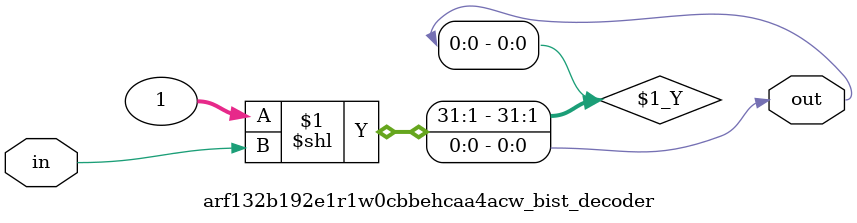
<source format=sv>

`ifndef ARF132B192E1R1W0CBBEHCAA4ACW_BIST_DECODER_SV
`define ARF132B192E1R1W0CBBEHCAA4ACW_BIST_DECODER_SV

module arf132b192e1r1w0cbbehcaa4acw_bist_decoder # (
  parameter IN_WIDTH  = 1,
  parameter OUT_WIDTH = 1
)
(
  input  logic [IN_WIDTH-1:0]  in,
  output logic [OUT_WIDTH-1:0] out
);
  
  assign out = 'b1 << in;

endmodule // arf132b192e1r1w0cbbehcaa4acw_bist_decoder

`endif // ARF132B192E1R1W0CBBEHCAA4ACW_BIST_DECODER_SV
</source>
